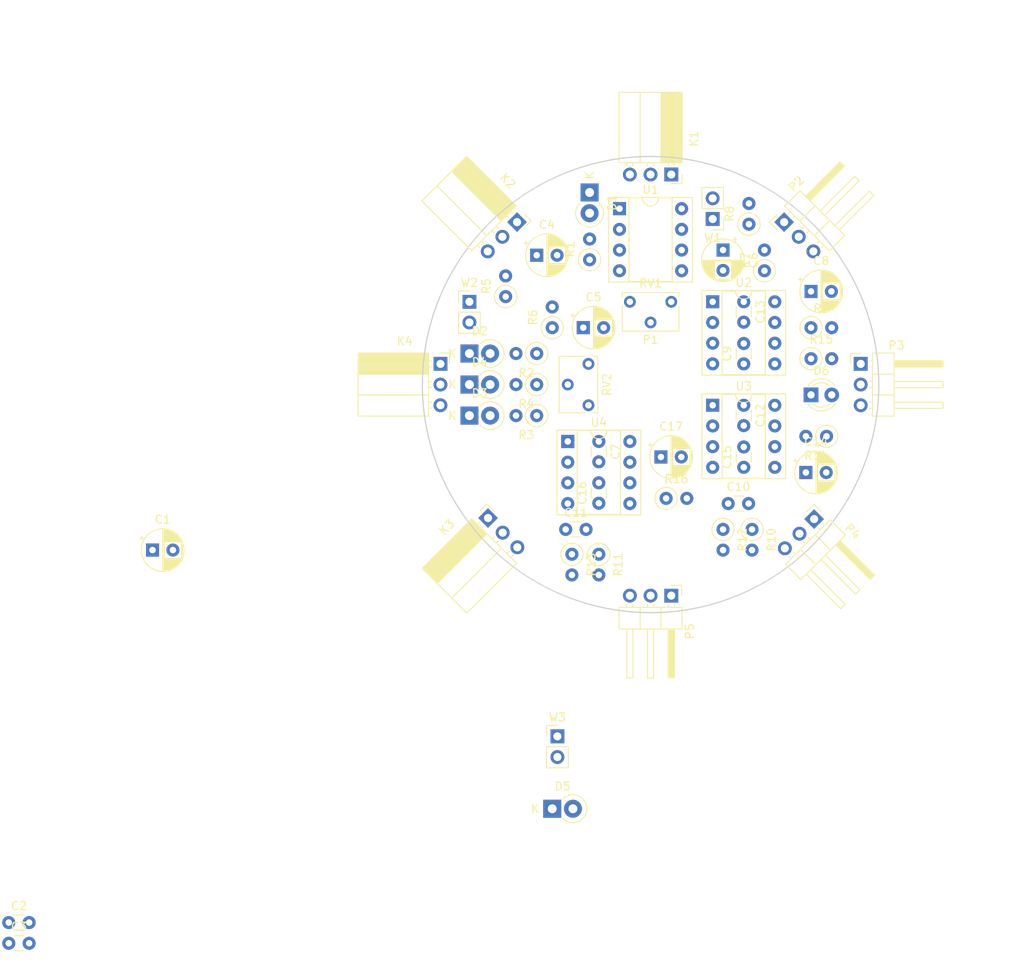
<source format=kicad_pcb>
(kicad_pcb (version 20171130) (host pcbnew 5.0.2-bee76a0~70~ubuntu18.04.1)
  (layers (0 F.Cu signal) (31 B.Cu signal) (34 B.Paste user) (35 F.Paste user) (36 B.SilkS user) (37 F.SilkS user) (38 B.Mask user) (39 F.Mask user) (44 Edge.Cuts user))
  (net 0 "")
  (net 1 GND)
  (net 2 VCC)
  (net 3 refractory)
  (net 4 "Net-(C5-Pad1)")
  (net 5 "Net-(C6-Pad1)")
  (net 6 "Net-(C6-Pad2)")
  (net 7 "Net-(C8-Pad1)")
  (net 8 "Net-(C9-Pad1)")
  (net 9 "Net-(C10-Pad2)")
  (net 10 "Net-(C10-Pad1)")
  (net 11 "Net-(C11-Pad1)")
  (net 12 "Net-(C14-Pad2)")
  (net 13 "Net-(C15-Pad1)")
  (net 14 "Net-(C16-Pad1)")
  (net 15 "Net-(C17-Pad1)")
  (net 16 "Net-(D1-Pad2)")
  (net 17 "Net-(D1-Pad1)")
  (net 18 "Net-(D2-Pad1)")
  (net 19 "Net-(D2-Pad2)")
  (net 20 "Net-(D3-Pad2)")
  (net 21 "Net-(D3-Pad1)")
  (net 22 "Net-(D4-Pad1)")
  (net 23 "Net-(D4-Pad2)")
  (net 24 "Net-(D5-Pad1)")
  (net 25 "Net-(D6-Pad2)")
  (net 26 "Net-(P2-Pad2)")
  (net 27 "Net-(P5-Pad2)")
  (net 28 "Net-(U1-Pad5)")
  (module Diode_THT:D_DO-41_SOD81_P2.54mm_Vertical_KathodeUp (layer F.Cu) (at 142.520467 26.424479 270)
    (fp_text reference D1 (at 1.27 -2.750635 270) (layer F.SilkS))
    (fp_text value 1N4148)
    (fp_text user K (at -2.1 0 270) (layer F.SilkS))
    (pad 2 thru_hole oval (at 2.54 0 270) (size 2.2 2.2) (drill 1.1) (layers *.Cu *.Mask) (net 16 "Net-(D1-Pad2)"))
    (pad 1 thru_hole rect (at 0 0 270) (size 2.2 2.2) (drill 1.1) (layers *.Cu *.Mask) (net 17 "Net-(D1-Pad1)"))
  )
  (module Diode_THT:D_DO-41_SOD81_P2.54mm_Vertical_KathodeUp (layer F.Cu) (at 127.775 46.19)
    (fp_text reference D2 (at 1.27 -2.750635) (layer F.SilkS))
    (fp_text value 1N4148)
    (fp_text user K (at -2.1 0) (layer F.SilkS))
    (pad 1 thru_hole rect (at 0 0) (size 2.2 2.2) (drill 1.1) (layers *.Cu *.Mask) (net 18 "Net-(D2-Pad1)"))
    (pad 2 thru_hole oval (at 2.54 0) (size 2.2 2.2) (drill 1.1) (layers *.Cu *.Mask) (net 19 "Net-(D2-Pad2)"))
  )
  (module Diode_THT:D_DO-41_SOD81_P2.54mm_Vertical_KathodeUp (layer F.Cu) (at 127.775 53.81)
    (fp_text reference D3 (at 1.27 -2.750635) (layer F.SilkS))
    (fp_text value 1N4148)
    (fp_text user K (at -2.1 0) (layer F.SilkS))
    (pad 2 thru_hole oval (at 2.54 0) (size 2.2 2.2) (drill 1.1) (layers *.Cu *.Mask) (net 20 "Net-(D3-Pad2)"))
    (pad 1 thru_hole rect (at 0 0) (size 2.2 2.2) (drill 1.1) (layers *.Cu *.Mask) (net 21 "Net-(D3-Pad1)"))
  )
  (module Diode_THT:D_DO-41_SOD81_P2.54mm_Vertical_KathodeUp (layer F.Cu) (at 127.775 50)
    (fp_text reference D4 (at 1.27 -2.750635) (layer F.SilkS))
    (fp_text value 1N4148)
    (fp_text user K (at -2.1 0) (layer F.SilkS))
    (pad 1 thru_hole rect (at 0 0) (size 2.2 2.2) (drill 1.1) (layers *.Cu *.Mask) (net 22 "Net-(D4-Pad1)"))
    (pad 2 thru_hole oval (at 2.54 0) (size 2.2 2.2) (drill 1.1) (layers *.Cu *.Mask) (net 23 "Net-(D4-Pad2)"))
  )
  (module Diode_THT:D_DO-41_SOD81_P2.54mm_Vertical_KathodeUp (layer F.Cu) (at 137.935 102.07)
    (fp_text reference D5 (at 1.27 -2.750635) (layer F.SilkS))
    (fp_text value 1N4148)
    (fp_text user K (at -2.1 0) (layer F.SilkS))
    (pad 1 thru_hole rect (at 0 0) (size 2.2 2.2) (drill 1.1) (layers *.Cu *.Mask) (net 24 "Net-(D5-Pad1)"))
    (pad 2 thru_hole oval (at 2.54 0) (size 2.2 2.2) (drill 1.1) (layers *.Cu *.Mask) (net 3 refractory))
  )
  (module LED_THT:LED_D3.0mm (layer F.Cu) (at 169.685 51.27)
    (fp_text reference D6 (at 1.27 -2.96) (layer F.SilkS))
    (fp_text value LED)
    (pad 1 thru_hole rect (at 0 0) (size 1.8 1.8) (drill 0.9) (layers *.Cu *.Mask) (net 1 GND))
    (pad 2 thru_hole circle (at 2.54 0) (size 1.8 1.8) (drill 0.9) (layers *.Cu *.Mask) (net 25 "Net-(D6-Pad2)"))
  )
  (module Connector_PinSocket_2.54mm:PinSocket_1x03_P2.54mm_Horizontal (layer F.Cu) (at 152.54 24.219 270)
    (fp_text reference K1 (at -4.38 -2.77 270) (layer F.SilkS))
    (fp_text value inhibit)
    (pad 3 thru_hole oval (at 0 5.08 270) (size 1.7 1.7) (drill 1) (layers *.Cu *.Mask) (net 2 VCC))
    (pad 2 thru_hole oval (at 0 2.54 270) (size 1.7 1.7) (drill 1) (layers *.Cu *.Mask) (net 17 "Net-(D1-Pad1)"))
    (pad 1 thru_hole rect (at 0 0 270) (size 1.7 1.7) (drill 1) (layers *.Cu *.Mask) (net 1 GND))
  )
  (module Connector_PinSocket_2.54mm:PinSocket_1x03_P2.54mm_Horizontal (layer F.Cu) (at 133.617 30.061 315)
    (fp_text reference K2 (at -4.38 -2.77 315) (layer F.SilkS))
    (fp_text value excite)
    (pad 3 thru_hole oval (at 0 5.079999 315) (size 1.7 1.7) (drill 1) (layers *.Cu *.Mask) (net 2 VCC))
    (pad 2 thru_hole oval (at 0 2.54 315) (size 1.7 1.7) (drill 1) (layers *.Cu *.Mask) (net 18 "Net-(D2-Pad1)"))
    (pad 1 thru_hole rect (at 0 0 315) (size 1.7 1.7) (drill 1) (layers *.Cu *.Mask) (net 1 GND))
  )
  (module Connector_PinSocket_2.54mm:PinSocket_1x03_P2.54mm_Horizontal (layer F.Cu) (at 130.061 66.383 45)
    (fp_text reference K3 (at -4.38 -2.77 45) (layer F.SilkS))
    (fp_text value excite)
    (pad 1 thru_hole rect (at 0 0 45) (size 1.7 1.7) (drill 1) (layers *.Cu *.Mask) (net 1 GND))
    (pad 2 thru_hole oval (at 0 2.54 45) (size 1.7 1.7) (drill 1) (layers *.Cu *.Mask) (net 21 "Net-(D3-Pad1)"))
    (pad 3 thru_hole oval (at 0 5.08 45) (size 1.7 1.7) (drill 1) (layers *.Cu *.Mask) (net 2 VCC))
  )
  (module Connector_PinSocket_2.54mm:PinSocket_1x03_P2.54mm_Horizontal (layer F.Cu) (at 124.219 47.46)
    (fp_text reference K4 (at -4.38 -2.77) (layer F.SilkS))
    (fp_text value excite)
    (pad 1 thru_hole rect (at 0 0) (size 1.7 1.7) (drill 1) (layers *.Cu *.Mask) (net 1 GND))
    (pad 2 thru_hole oval (at 0 2.54) (size 1.7 1.7) (drill 1) (layers *.Cu *.Mask) (net 22 "Net-(D4-Pad1)"))
    (pad 3 thru_hole oval (at 0 5.08) (size 1.7 1.7) (drill 1) (layers *.Cu *.Mask) (net 2 VCC))
  )
  (module MountingHole:MountingHole_4.5mm (layer F.Cu) (at 150 50)
    (fp_text reference P1 (at 0 -5.5) (layer F.SilkS))
    (fp_text value mnt)
    (pad 1 np_thru_hole circle (at 0 0) (size 4.5 4.5) (drill 4.5) (layers *.Cu *.Mask) (net 1 GND))
  )
  (module Connector_PinHeader_2.54mm:PinHeader_1x03_P2.54mm_Horizontal (layer F.Cu) (at 166.383 30.061 45)
    (fp_text reference P2 (at 4.385 -2.27 45) (layer F.SilkS))
    (fp_text value axon)
    (pad 3 thru_hole oval (at 0 5.08 45) (size 1.7 1.7) (drill 1) (layers *.Cu *.Mask) (net 2 VCC))
    (pad 2 thru_hole oval (at 0 2.54 45) (size 1.7 1.7) (drill 1) (layers *.Cu *.Mask) (net 26 "Net-(P2-Pad2)"))
    (pad 1 thru_hole rect (at 0 0 45) (size 1.7 1.7) (drill 1) (layers *.Cu *.Mask) (net 1 GND))
  )
  (module Connector_PinHeader_2.54mm:PinHeader_1x03_P2.54mm_Horizontal (layer F.Cu) (at 175.781 47.46)
    (fp_text reference P3 (at 4.385 -2.27) (layer F.SilkS))
    (fp_text value axon)
    (pad 1 thru_hole rect (at 0 0) (size 1.7 1.7) (drill 1) (layers *.Cu *.Mask) (net 1 GND))
    (pad 2 thru_hole oval (at 0 2.54) (size 1.7 1.7) (drill 1) (layers *.Cu *.Mask) (net 26 "Net-(P2-Pad2)"))
    (pad 3 thru_hole oval (at 0 5.08) (size 1.7 1.7) (drill 1) (layers *.Cu *.Mask) (net 2 VCC))
  )
  (module Connector_PinHeader_2.54mm:PinHeader_1x03_P2.54mm_Horizontal (layer F.Cu) (at 170.066 66.51 315)
    (fp_text reference P4 (at 4.385 -2.27 315) (layer F.SilkS))
    (fp_text value axon)
    (pad 3 thru_hole oval (at 0 5.08 315) (size 1.7 1.7) (drill 1) (layers *.Cu *.Mask) (net 2 VCC))
    (pad 2 thru_hole oval (at 0 2.54 315) (size 1.7 1.7) (drill 1) (layers *.Cu *.Mask) (net 26 "Net-(P2-Pad2)"))
    (pad 1 thru_hole rect (at 0 0 315) (size 1.7 1.7) (drill 1) (layers *.Cu *.Mask) (net 1 GND))
  )
  (module Connector_PinHeader_2.54mm:PinHeader_1x03_P2.54mm_Horizontal (layer F.Cu) (at 152.54 75.908 270)
    (fp_text reference P5 (at 4.385 -2.27 270) (layer F.SilkS))
    (fp_text value long)
    (pad 1 thru_hole rect (at 0 0 270) (size 1.7 1.7) (drill 1) (layers *.Cu *.Mask) (net 1 GND))
    (pad 2 thru_hole oval (at 0 2.54 270) (size 1.7 1.7) (drill 1) (layers *.Cu *.Mask) (net 27 "Net-(P5-Pad2)"))
    (pad 3 thru_hole oval (at 0 5.08 270) (size 1.7 1.7) (drill 1) (layers *.Cu *.Mask) (net 2 VCC))
  )
  (module Resistor_THT:R_Axial_DIN0207_L6.3mm_D2.5mm_P2.54mm_Vertical (layer F.Cu) (at 142.520467 34.679479 90)
    (fp_text reference R1 (at 1.27 -2.37 90) (layer F.SilkS))
    (fp_text value Zinh)
    (pad 2 thru_hole oval (at 2.54 0 90) (size 1.6 1.6) (drill 0.8) (layers *.Cu *.Mask) (net 16 "Net-(D1-Pad2)"))
    (pad 1 thru_hole circle (at 0 0 90) (size 1.6 1.6) (drill 0.8) (layers *.Cu *.Mask) (net 3 refractory))
  )
  (module Resistor_THT:R_Axial_DIN0207_L6.3mm_D2.5mm_P2.54mm_Vertical (layer F.Cu) (at 136.03 46.19 180)
    (fp_text reference R2 (at 1.27 -2.37 180) (layer F.SilkS))
    (fp_text value Zxct)
    (pad 2 thru_hole oval (at 2.54 0 180) (size 1.6 1.6) (drill 0.8) (layers *.Cu *.Mask) (net 19 "Net-(D2-Pad2)"))
    (pad 1 thru_hole circle (at 0 0 180) (size 1.6 1.6) (drill 0.8) (layers *.Cu *.Mask) (net 4 "Net-(C5-Pad1)"))
  )
  (module Resistor_THT:R_Axial_DIN0207_L6.3mm_D2.5mm_P2.54mm_Vertical (layer F.Cu) (at 136.03 53.81 180)
    (fp_text reference R3 (at 1.27 -2.37 180) (layer F.SilkS))
    (fp_text value Zxct)
    (pad 1 thru_hole circle (at 0 0 180) (size 1.6 1.6) (drill 0.8) (layers *.Cu *.Mask) (net 4 "Net-(C5-Pad1)"))
    (pad 2 thru_hole oval (at 2.54 0 180) (size 1.6 1.6) (drill 0.8) (layers *.Cu *.Mask) (net 20 "Net-(D3-Pad2)"))
  )
  (module Resistor_THT:R_Axial_DIN0207_L6.3mm_D2.5mm_P2.54mm_Vertical (layer F.Cu) (at 136.03 50 180)
    (fp_text reference R4 (at 1.27 -2.37 180) (layer F.SilkS))
    (fp_text value Zxct)
    (pad 1 thru_hole circle (at 0 0 180) (size 1.6 1.6) (drill 0.8) (layers *.Cu *.Mask) (net 4 "Net-(C5-Pad1)"))
    (pad 2 thru_hole oval (at 2.54 0 180) (size 1.6 1.6) (drill 0.8) (layers *.Cu *.Mask) (net 23 "Net-(D4-Pad2)"))
  )
  (module Resistor_THT:R_Axial_DIN0207_L6.3mm_D2.5mm_P2.54mm_Vertical (layer F.Cu) (at 132.22 39.205 90)
    (fp_text reference R5 (at 1.27 -2.37 90) (layer F.SilkS))
    (fp_text value Rbld_inh)
    (pad 2 thru_hole oval (at 2.54 0 90) (size 1.6 1.6) (drill 0.8) (layers *.Cu *.Mask) (net 1 GND))
    (pad 1 thru_hole circle (at 0 0 90) (size 1.6 1.6) (drill 0.8) (layers *.Cu *.Mask) (net 3 refractory))
  )
  (module Resistor_THT:R_Axial_DIN0207_L6.3mm_D2.5mm_P2.54mm_Vertical (layer F.Cu) (at 137.935 43.015 90)
    (fp_text reference R6 (at 1.27 -2.37 90) (layer F.SilkS))
    (fp_text value Rbld_xct)
    (pad 2 thru_hole oval (at 2.54 0 90) (size 1.6 1.6) (drill 0.8) (layers *.Cu *.Mask) (net 1 GND))
    (pad 1 thru_hole circle (at 0 0 90) (size 1.6 1.6) (drill 0.8) (layers *.Cu *.Mask) (net 4 "Net-(C5-Pad1)"))
  )
  (module Resistor_THT:R_Axial_DIN0207_L6.3mm_D2.5mm_P2.54mm_Vertical (layer F.Cu) (at 163.97 36.03 90)
    (fp_text reference R7 (at 1.27 -2.37 90) (layer F.SilkS))
    (fp_text value 27K)
    (pad 1 thru_hole circle (at 0 0 90) (size 1.6 1.6) (drill 0.8) (layers *.Cu *.Mask) (net 6 "Net-(C6-Pad2)"))
    (pad 2 thru_hole oval (at 2.54 0 90) (size 1.6 1.6) (drill 0.8) (layers *.Cu *.Mask) (net 2 VCC))
  )
  (module Resistor_THT:R_Axial_DIN0207_L6.3mm_D2.5mm_P2.54mm_Vertical (layer F.Cu) (at 162.065 30.315 90)
    (fp_text reference R8 (at 1.27 -2.37 90) (layer F.SilkS))
    (fp_text value 10K)
    (pad 1 thru_hole circle (at 0 0 90) (size 1.6 1.6) (drill 0.8) (layers *.Cu *.Mask) (net 5 "Net-(C6-Pad1)"))
    (pad 2 thru_hole oval (at 2.54 0 90) (size 1.6 1.6) (drill 0.8) (layers *.Cu *.Mask) (net 2 VCC))
  )
  (module Resistor_THT:R_Axial_DIN0207_L6.3mm_D2.5mm_P2.54mm_Vertical (layer F.Cu) (at 169.685 43.015)
    (fp_text reference R9 (at 1.27 -2.37) (layer F.SilkS))
    (fp_text value Rlate)
    (pad 2 thru_hole oval (at 2.54 0) (size 1.6 1.6) (drill 0.8) (layers *.Cu *.Mask) (net 2 VCC))
    (pad 1 thru_hole circle (at 0 0) (size 1.6 1.6) (drill 0.8) (layers *.Cu *.Mask) (net 7 "Net-(C8-Pad1)"))
  )
  (module Resistor_THT:R_Axial_DIN0207_L6.3mm_D2.5mm_P2.54mm_Vertical (layer F.Cu) (at 162.446 67.78 270)
    (fp_text reference R10 (at 1.27 -2.37 270) (layer F.SilkS))
    (fp_text value 10K)
    (pad 1 thru_hole circle (at 0 0 270) (size 1.6 1.6) (drill 0.8) (layers *.Cu *.Mask) (net 9 "Net-(C10-Pad2)"))
    (pad 2 thru_hole oval (at 2.54 0 270) (size 1.6 1.6) (drill 0.8) (layers *.Cu *.Mask) (net 2 VCC))
  )
  (module Resistor_THT:R_Axial_DIN0207_L6.3mm_D2.5mm_P2.54mm_Vertical (layer F.Cu) (at 143.65 70.828 270)
    (fp_text reference R11 (at 1.27 -2.37 270) (layer F.SilkS))
    (fp_text value 10K)
    (pad 2 thru_hole oval (at 2.54 0 270) (size 1.6 1.6) (drill 0.8) (layers *.Cu *.Mask) (net 2 VCC))
    (pad 1 thru_hole circle (at 0 0 270) (size 1.6 1.6) (drill 0.8) (layers *.Cu *.Mask) (net 9 "Net-(C10-Pad2)"))
  )
  (module Resistor_THT:R_Axial_DIN0207_L6.3mm_D2.5mm_P2.54mm_Vertical (layer F.Cu) (at 158.89 67.78 270)
    (fp_text reference R12 (at 1.27 -2.37 270) (layer F.SilkS))
    (fp_text value 10K)
    (pad 2 thru_hole oval (at 2.54 0 270) (size 1.6 1.6) (drill 0.8) (layers *.Cu *.Mask) (net 2 VCC))
    (pad 1 thru_hole circle (at 0 0 270) (size 1.6 1.6) (drill 0.8) (layers *.Cu *.Mask) (net 10 "Net-(C10-Pad1)"))
  )
  (module Resistor_THT:R_Axial_DIN0207_L6.3mm_D2.5mm_P2.54mm_Vertical (layer F.Cu) (at 140.348 70.828 270)
    (fp_text reference R13 (at 1.27 -2.37 270) (layer F.SilkS))
    (fp_text value 10K)
    (pad 1 thru_hole circle (at 0 0 270) (size 1.6 1.6) (drill 0.8) (layers *.Cu *.Mask) (net 11 "Net-(C11-Pad1)"))
    (pad 2 thru_hole oval (at 2.54 0 270) (size 1.6 1.6) (drill 0.8) (layers *.Cu *.Mask) (net 2 VCC))
  )
  (module Resistor_THT:R_Axial_DIN0207_L6.3mm_D2.5mm_P2.54mm_Vertical (layer F.Cu) (at 171.59 56.35 180)
    (fp_text reference R14 (at 1.27 -2.37 180) (layer F.SilkS))
    (fp_text value Rpout)
    (pad 1 thru_hole circle (at 0 0 180) (size 1.6 1.6) (drill 0.8) (layers *.Cu *.Mask) (net 12 "Net-(C14-Pad2)"))
    (pad 2 thru_hole oval (at 2.54 0 180) (size 1.6 1.6) (drill 0.8) (layers *.Cu *.Mask) (net 2 VCC))
  )
  (module Resistor_THT:R_Axial_DIN0207_L6.3mm_D2.5mm_P2.54mm_Vertical (layer F.Cu) (at 169.685 46.825)
    (fp_text reference R15 (at 1.27 -2.37) (layer F.SilkS))
    (fp_text value Rled)
    (pad 2 thru_hole oval (at 2.54 0) (size 1.6 1.6) (drill 0.8) (layers *.Cu *.Mask) (net 26 "Net-(P2-Pad2)"))
    (pad 1 thru_hole circle (at 0 0) (size 1.6 1.6) (drill 0.8) (layers *.Cu *.Mask) (net 25 "Net-(D6-Pad2)"))
  )
  (module Resistor_THT:R_Axial_DIN0207_L6.3mm_D2.5mm_P2.54mm_Vertical (layer F.Cu) (at 151.905 63.97)
    (fp_text reference R16 (at 1.27 -2.37) (layer F.SilkS))
    (fp_text value Rrest)
    (pad 1 thru_hole circle (at 0 0) (size 1.6 1.6) (drill 0.8) (layers *.Cu *.Mask) (net 15 "Net-(C17-Pad1)"))
    (pad 2 thru_hole oval (at 2.54 0) (size 1.6 1.6) (drill 0.8) (layers *.Cu *.Mask) (net 2 VCC))
  )
  (module Potentiometer_THT:Potentiometer_Bourns_3266W_Vertical (layer F.Cu) (at 152.54 39.84)
    (fp_text reference RV1 (at -2.54 -2.27) (layer F.SilkS))
    (fp_text value BIASinh)
    (pad 3 thru_hole circle (at -5.08 0) (size 1.44 1.44) (drill 0.8) (layers *.Cu *.Mask) (net 2 VCC))
    (pad 2 thru_hole circle (at -2.54 2.54) (size 1.44 1.44) (drill 0.8) (layers *.Cu *.Mask) (net 3 refractory))
    (pad 1 thru_hole circle (at 0 0) (size 1.44 1.44) (drill 0.8) (layers *.Cu *.Mask) (net 1 GND))
  )
  (module Potentiometer_THT:Potentiometer_Bourns_3266W_Vertical (layer F.Cu) (at 142.38 52.54 270)
    (fp_text reference RV2 (at -2.54 -2.27 270) (layer F.SilkS))
    (fp_text value BIASxct)
    (pad 1 thru_hole circle (at 0 0 270) (size 1.44 1.44) (drill 0.8) (layers *.Cu *.Mask) (net 1 GND))
    (pad 2 thru_hole circle (at -2.54 2.54 270) (size 1.44 1.44) (drill 0.8) (layers *.Cu *.Mask) (net 4 "Net-(C5-Pad1)"))
    (pad 3 thru_hole circle (at -5.08 0 270) (size 1.44 1.44) (drill 0.8) (layers *.Cu *.Mask) (net 2 VCC))
  )
  (module Connector_PinHeader_2.54mm:PinHeader_1x02_P2.54mm_Vertical (layer F.Cu) (at 157.62 29.68 180)
    (fp_text reference W1 (at 0 -2.33 180) (layer F.SilkS))
    (fp_text value TSTinh)
    (pad 1 thru_hole rect (at 0 0 180) (size 1.7 1.7) (drill 1) (layers *.Cu *.Mask) (net 3 refractory))
    (pad 2 thru_hole oval (at 0 2.54 180) (size 1.7 1.7) (drill 1) (layers *.Cu *.Mask) (net 3 refractory))
  )
  (module Connector_PinHeader_2.54mm:PinHeader_1x02_P2.54mm_Vertical (layer F.Cu) (at 127.775 39.84)
    (fp_text reference W2 (at 0 -2.33) (layer F.SilkS))
    (fp_text value TSTxct)
    (pad 2 thru_hole oval (at 0 2.54) (size 1.7 1.7) (drill 1) (layers *.Cu *.Mask) (net 4 "Net-(C5-Pad1)"))
    (pad 1 thru_hole rect (at 0 0) (size 1.7 1.7) (drill 1) (layers *.Cu *.Mask) (net 4 "Net-(C5-Pad1)"))
  )
  (module Connector_PinHeader_2.54mm:PinHeader_1x02_P2.54mm_Vertical (layer F.Cu) (at 138.57 93.18)
    (fp_text reference W3 (at 0 -2.33) (layer F.SilkS))
    (fp_text value ENrest)
    (pad 1 thru_hole rect (at 0 0) (size 1.7 1.7) (drill 1) (layers *.Cu *.Mask) (net 24 "Net-(D5-Pad1)"))
    (pad 2 thru_hole oval (at 0 2.54) (size 1.7 1.7) (drill 1) (layers *.Cu *.Mask) (net 27 "Net-(P5-Pad2)"))
  )
  (module Capacitor_THT:CP_Radial_D5.0mm_P2.50mm (layer F.Cu) (at 88.899699 70.315001)
    (fp_text reference C1 (at 1.25 -3.75) (layer F.SilkS))
    (fp_text value 10uF)
    (pad 1 thru_hole rect (at 0 0) (size 1.6 1.6) (drill 0.8) (layers *.Cu *.Mask) (net 2 VCC))
    (pad 2 thru_hole circle (at 2.5 0) (size 1.6 1.6) (drill 0.8) (layers *.Cu *.Mask) (net 1 GND))
  )
  (module Capacitor_THT:C_Disc_D3.0mm_W1.6mm_P2.50mm (layer F.Cu) (at 71.26 116.04)
    (fp_text reference C2 (at 1.25 -2.05) (layer F.SilkS))
    (fp_text value 0.1uF)
    (pad 1 thru_hole circle (at 0 0) (size 1.6 1.6) (drill 0.8) (layers *.Cu *.Mask) (net 2 VCC))
    (pad 2 thru_hole circle (at 2.5 0) (size 1.6 1.6) (drill 0.8) (layers *.Cu *.Mask) (net 1 GND))
  )
  (module Capacitor_THT:C_Disc_D3.0mm_W1.6mm_P2.50mm (layer F.Cu) (at 71.26 118.58)
    (fp_text reference C3 (at 1.25 -2.05) (layer F.SilkS))
    (fp_text value 0.1uF)
    (pad 2 thru_hole circle (at 2.5 0) (size 1.6 1.6) (drill 0.8) (layers *.Cu *.Mask) (net 1 GND))
    (pad 1 thru_hole circle (at 0 0) (size 1.6 1.6) (drill 0.8) (layers *.Cu *.Mask) (net 2 VCC))
  )
  (module Capacitor_THT:CP_Radial_D5.0mm_P2.50mm (layer F.Cu) (at 136.03 34.125)
    (fp_text reference C4 (at 1.25 -3.75) (layer F.SilkS))
    (fp_text value Cpk_inh)
    (pad 2 thru_hole circle (at 2.5 0) (size 1.6 1.6) (drill 0.8) (layers *.Cu *.Mask) (net 1 GND))
    (pad 1 thru_hole rect (at 0 0) (size 1.6 1.6) (drill 0.8) (layers *.Cu *.Mask) (net 3 refractory))
  )
  (module Capacitor_THT:CP_Radial_D5.0mm_P2.50mm (layer F.Cu) (at 141.745 43.015)
    (fp_text reference C5 (at 1.25 -3.75) (layer F.SilkS))
    (fp_text value Cpk_exct)
    (pad 1 thru_hole rect (at 0 0) (size 1.6 1.6) (drill 0.8) (layers *.Cu *.Mask) (net 4 "Net-(C5-Pad1)"))
    (pad 2 thru_hole circle (at 2.5 0) (size 1.6 1.6) (drill 0.8) (layers *.Cu *.Mask) (net 1 GND))
  )
  (module Capacitor_THT:CP_Radial_D5.0mm_P2.50mm (layer F.Cu) (at 158.89 33.49 270)
    (fp_text reference C6 (at 1.25 -3.75 270) (layer F.SilkS))
    (fp_text value 1uF)
    (pad 1 thru_hole rect (at 0 0 270) (size 1.6 1.6) (drill 0.8) (layers *.Cu *.Mask) (net 5 "Net-(C6-Pad1)"))
    (pad 2 thru_hole circle (at 2.5 0 270) (size 1.6 1.6) (drill 0.8) (layers *.Cu *.Mask) (net 6 "Net-(C6-Pad2)"))
  )
  (module Capacitor_THT:C_Disc_D3.0mm_W1.6mm_P2.50mm (layer F.Cu) (at 143.65 56.985 270)
    (fp_text reference C7 (at 1.25 -2.05 270) (layer F.SilkS))
    (fp_text value 0.1uF)
    (pad 2 thru_hole circle (at 2.5 0 270) (size 1.6 1.6) (drill 0.8) (layers *.Cu *.Mask) (net 1 GND))
    (pad 1 thru_hole circle (at 0 0 270) (size 1.6 1.6) (drill 0.8) (layers *.Cu *.Mask) (net 2 VCC))
  )
  (module Capacitor_THT:CP_Radial_D5.0mm_P2.50mm (layer F.Cu) (at 169.685 38.57)
    (fp_text reference C8 (at 1.25 -3.75) (layer F.SilkS))
    (fp_text value Clate)
    (pad 2 thru_hole circle (at 2.5 0) (size 1.6 1.6) (drill 0.8) (layers *.Cu *.Mask) (net 1 GND))
    (pad 1 thru_hole rect (at 0 0) (size 1.6 1.6) (drill 0.8) (layers *.Cu *.Mask) (net 7 "Net-(C8-Pad1)"))
  )
  (module Capacitor_THT:C_Disc_D3.0mm_W1.6mm_P2.50mm (layer F.Cu) (at 161.43 47.46 90)
    (fp_text reference C9 (at 1.25 -2.05 90) (layer F.SilkS))
    (fp_text value 0.1uF)
    (pad 1 thru_hole circle (at 0 0 90) (size 1.6 1.6) (drill 0.8) (layers *.Cu *.Mask) (net 8 "Net-(C9-Pad1)"))
    (pad 2 thru_hole circle (at 2.5 0 90) (size 1.6 1.6) (drill 0.8) (layers *.Cu *.Mask) (net 1 GND))
  )
  (module Capacitor_THT:C_Disc_D3.0mm_W1.6mm_P2.50mm (layer F.Cu) (at 159.525 64.605)
    (fp_text reference C10 (at 1.25 -2.05) (layer F.SilkS))
    (fp_text value 0.1uF)
    (pad 1 thru_hole circle (at 0 0) (size 1.6 1.6) (drill 0.8) (layers *.Cu *.Mask) (net 10 "Net-(C10-Pad1)"))
    (pad 2 thru_hole circle (at 2.5 0) (size 1.6 1.6) (drill 0.8) (layers *.Cu *.Mask) (net 9 "Net-(C10-Pad2)"))
  )
  (module Capacitor_THT:C_Disc_D3.0mm_W1.6mm_P2.50mm (layer F.Cu) (at 139.586 67.78)
    (fp_text reference C11 (at 1.25 -2.05) (layer F.SilkS))
    (fp_text value 0.1uF)
    (pad 1 thru_hole circle (at 0 0) (size 1.6 1.6) (drill 0.8) (layers *.Cu *.Mask) (net 11 "Net-(C11-Pad1)"))
    (pad 2 thru_hole circle (at 2.5 0) (size 1.6 1.6) (drill 0.8) (layers *.Cu *.Mask) (net 9 "Net-(C10-Pad2)"))
  )
  (module Capacitor_THT:C_Disc_D3.0mm_W1.6mm_P2.50mm (layer F.Cu) (at 161.43 52.54 270)
    (fp_text reference C12 (at 1.25 -2.05 270) (layer F.SilkS))
    (fp_text value 0.1uF)
    (pad 2 thru_hole circle (at 2.5 0 270) (size 1.6 1.6) (drill 0.8) (layers *.Cu *.Mask) (net 1 GND))
    (pad 1 thru_hole circle (at 0 0 270) (size 1.6 1.6) (drill 0.8) (layers *.Cu *.Mask) (net 2 VCC))
  )
  (module Capacitor_THT:C_Disc_D3.0mm_W1.6mm_P2.50mm (layer F.Cu) (at 161.43 39.84 270)
    (fp_text reference C13 (at 1.25 -2.05 270) (layer F.SilkS))
    (fp_text value 0.1uF)
    (pad 2 thru_hole circle (at 2.5 0 270) (size 1.6 1.6) (drill 0.8) (layers *.Cu *.Mask) (net 1 GND))
    (pad 1 thru_hole circle (at 0 0 270) (size 1.6 1.6) (drill 0.8) (layers *.Cu *.Mask) (net 2 VCC))
  )
  (module Capacitor_THT:C_Disc_D3.0mm_W1.6mm_P2.50mm (layer F.Cu) (at 161.43 60.16 90)
    (fp_text reference C15 (at 1.25 -2.05 90) (layer F.SilkS))
    (fp_text value 0.1uF)
    (pad 1 thru_hole circle (at 0 0 90) (size 1.6 1.6) (drill 0.8) (layers *.Cu *.Mask) (net 13 "Net-(C15-Pad1)"))
    (pad 2 thru_hole circle (at 2.5 0 90) (size 1.6 1.6) (drill 0.8) (layers *.Cu *.Mask) (net 1 GND))
  )
  (module Capacitor_THT:C_Disc_D3.0mm_W1.6mm_P2.50mm (layer F.Cu) (at 143.65 64.565 90)
    (fp_text reference C16 (at 1.25 -2.05 90) (layer F.SilkS))
    (fp_text value 0.1uF)
    (pad 1 thru_hole circle (at 0 0 90) (size 1.6 1.6) (drill 0.8) (layers *.Cu *.Mask) (net 14 "Net-(C16-Pad1)"))
    (pad 2 thru_hole circle (at 2.5 0 90) (size 1.6 1.6) (drill 0.8) (layers *.Cu *.Mask) (net 1 GND))
  )
  (module Capacitor_THT:CP_Radial_D5.0mm_P2.50mm (layer F.Cu) (at 151.27 58.89)
    (fp_text reference C17 (at 1.25 -3.75) (layer F.SilkS))
    (fp_text value Crest)
    (pad 2 thru_hole circle (at 2.5 0) (size 1.6 1.6) (drill 0.8) (layers *.Cu *.Mask) (net 1 GND))
    (pad 1 thru_hole rect (at 0 0) (size 1.6 1.6) (drill 0.8) (layers *.Cu *.Mask) (net 15 "Net-(C17-Pad1)"))
  )
  (module Package_DIP:DIP-8_W7.62mm_Socket (layer F.Cu) (at 146.19 28.41)
    (fp_text reference U1 (at 3.81 -2.33) (layer F.SilkS))
    (fp_text value LM311)
    (pad 1 thru_hole rect (at 0 0) (size 1.6 1.6) (drill 0.8) (layers *.Cu *.Mask) (net 1 GND))
    (pad 5 thru_hole oval (at 7.62 7.62) (size 1.6 1.6) (drill 0.8) (layers *.Cu *.Mask) (net 28 "Net-(U1-Pad5)"))
    (pad 2 thru_hole oval (at 0 2.54) (size 1.6 1.6) (drill 0.8) (layers *.Cu *.Mask) (net 3 refractory))
    (pad 6 thru_hole oval (at 7.62 5.08) (size 1.6 1.6) (drill 0.8) (layers *.Cu *.Mask) (net 28 "Net-(U1-Pad5)"))
    (pad 3 thru_hole oval (at 0 5.08) (size 1.6 1.6) (drill 0.8) (layers *.Cu *.Mask) (net 4 "Net-(C5-Pad1)"))
    (pad 7 thru_hole oval (at 7.62 2.54) (size 1.6 1.6) (drill 0.8) (layers *.Cu *.Mask) (net 6 "Net-(C6-Pad2)"))
    (pad 4 thru_hole oval (at 0 7.62) (size 1.6 1.6) (drill 0.8) (layers *.Cu *.Mask) (net 1 GND))
    (pad 8 thru_hole oval (at 7.62 0) (size 1.6 1.6) (drill 0.8) (layers *.Cu *.Mask) (net 2 VCC))
  )
  (module Package_DIP:DIP-8_W7.62mm_Socket (layer F.Cu) (at 157.62 39.84)
    (fp_text reference U2 (at 3.81 -2.33) (layer F.SilkS))
    (fp_text value 555late)
    (pad 8 thru_hole oval (at 7.62 0) (size 1.6 1.6) (drill 0.8) (layers *.Cu *.Mask) (net 2 VCC))
    (pad 4 thru_hole oval (at 0 7.62) (size 1.6 1.6) (drill 0.8) (layers *.Cu *.Mask) (net 2 VCC))
    (pad 7 thru_hole oval (at 7.62 2.54) (size 1.6 1.6) (drill 0.8) (layers *.Cu *.Mask) (net 7 "Net-(C8-Pad1)"))
    (pad 3 thru_hole oval (at 0 5.08) (size 1.6 1.6) (drill 0.8) (layers *.Cu *.Mask) (net 9 "Net-(C10-Pad2)"))
    (pad 6 thru_hole oval (at 7.62 5.08) (size 1.6 1.6) (drill 0.8) (layers *.Cu *.Mask) (net 7 "Net-(C8-Pad1)"))
    (pad 2 thru_hole oval (at 0 2.54) (size 1.6 1.6) (drill 0.8) (layers *.Cu *.Mask) (net 5 "Net-(C6-Pad1)"))
    (pad 5 thru_hole oval (at 7.62 7.62) (size 1.6 1.6) (drill 0.8) (layers *.Cu *.Mask) (net 8 "Net-(C9-Pad1)"))
    (pad 1 thru_hole rect (at 0 0) (size 1.6 1.6) (drill 0.8) (layers *.Cu *.Mask) (net 1 GND))
  )
  (module Package_DIP:DIP-8_W7.62mm_Socket (layer F.Cu) (at 157.62 52.54)
    (fp_text reference U3 (at 3.81 -2.33) (layer F.SilkS))
    (fp_text value 555pout)
    (pad 1 thru_hole rect (at 0 0) (size 1.6 1.6) (drill 0.8) (layers *.Cu *.Mask) (net 1 GND))
    (pad 5 thru_hole oval (at 7.62 7.62) (size 1.6 1.6) (drill 0.8) (layers *.Cu *.Mask) (net 13 "Net-(C15-Pad1)"))
    (pad 2 thru_hole oval (at 0 2.54) (size 1.6 1.6) (drill 0.8) (layers *.Cu *.Mask) (net 10 "Net-(C10-Pad1)"))
    (pad 6 thru_hole oval (at 7.62 5.08) (size 1.6 1.6) (drill 0.8) (layers *.Cu *.Mask) (net 12 "Net-(C14-Pad2)"))
    (pad 3 thru_hole oval (at 0 5.08) (size 1.6 1.6) (drill 0.8) (layers *.Cu *.Mask) (net 26 "Net-(P2-Pad2)"))
    (pad 7 thru_hole oval (at 7.62 2.54) (size 1.6 1.6) (drill 0.8) (layers *.Cu *.Mask) (net 12 "Net-(C14-Pad2)"))
    (pad 4 thru_hole oval (at 0 7.62) (size 1.6 1.6) (drill 0.8) (layers *.Cu *.Mask) (net 2 VCC))
    (pad 8 thru_hole oval (at 7.62 0) (size 1.6 1.6) (drill 0.8) (layers *.Cu *.Mask) (net 2 VCC))
  )
  (module Package_DIP:DIP-8_W7.62mm_Socket (layer F.Cu) (at 139.84 56.985)
    (fp_text reference U4 (at 3.81 -2.33) (layer F.SilkS))
    (fp_text value 555rest)
    (pad 1 thru_hole rect (at 0 0) (size 1.6 1.6) (drill 0.8) (layers *.Cu *.Mask) (net 1 GND))
    (pad 5 thru_hole oval (at 7.62 7.62) (size 1.6 1.6) (drill 0.8) (layers *.Cu *.Mask) (net 14 "Net-(C16-Pad1)"))
    (pad 2 thru_hole oval (at 0 2.54) (size 1.6 1.6) (drill 0.8) (layers *.Cu *.Mask) (net 11 "Net-(C11-Pad1)"))
    (pad 6 thru_hole oval (at 7.62 5.08) (size 1.6 1.6) (drill 0.8) (layers *.Cu *.Mask) (net 15 "Net-(C17-Pad1)"))
    (pad 3 thru_hole oval (at 0 5.08) (size 1.6 1.6) (drill 0.8) (layers *.Cu *.Mask) (net 27 "Net-(P5-Pad2)"))
    (pad 7 thru_hole oval (at 7.62 2.54) (size 1.6 1.6) (drill 0.8) (layers *.Cu *.Mask) (net 15 "Net-(C17-Pad1)"))
    (pad 4 thru_hole oval (at 0 7.62) (size 1.6 1.6) (drill 0.8) (layers *.Cu *.Mask) (net 2 VCC))
    (pad 8 thru_hole oval (at 7.62 0) (size 1.6 1.6) (drill 0.8) (layers *.Cu *.Mask) (net 2 VCC))
  )
  (module Capacitor_THT:CP_Radial_D5.0mm_P2.50mm (layer F.Cu) (at 169.05 60.795)
    (fp_text reference C14 (at 1.25 -3.75) (layer F.SilkS))
    (fp_text value Cpout)
    (pad 1 thru_hole rect (at 0 0) (size 1.6 1.6) (drill 0.8) (layers *.Cu *.Mask) (net 1 GND))
    (pad 2 thru_hole circle (at 2.5 0) (size 1.6 1.6) (drill 0.8) (layers *.Cu *.Mask) (net 12 "Net-(C14-Pad2)"))
  )
  (gr_circle (center 150 50) (end 178 50) (layer Edge.Cuts) (width 0.15))
)
</source>
